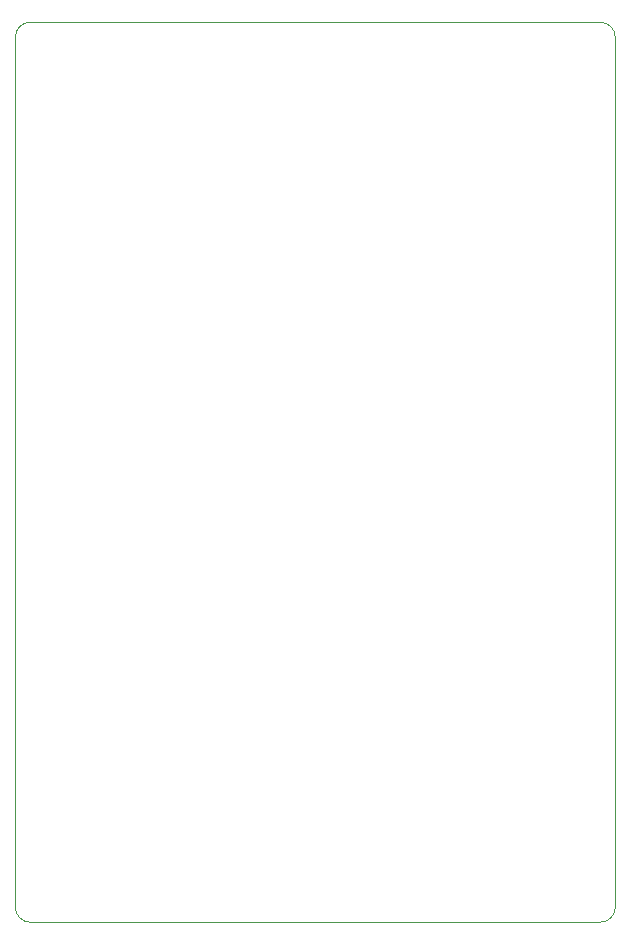
<source format=gbr>
%TF.GenerationSoftware,KiCad,Pcbnew,(5.1.7)-1*%
%TF.CreationDate,2021-11-02T09:12:16-05:00*%
%TF.ProjectId,Wisconsin Oscillator,57697363-6f6e-4736-996e-204f7363696c,rev?*%
%TF.SameCoordinates,Original*%
%TF.FileFunction,Profile,NP*%
%FSLAX46Y46*%
G04 Gerber Fmt 4.6, Leading zero omitted, Abs format (unit mm)*
G04 Created by KiCad (PCBNEW (5.1.7)-1) date 2021-11-02 09:12:16*
%MOMM*%
%LPD*%
G01*
G04 APERTURE LIST*
%TA.AperFunction,Profile*%
%ADD10C,0.050000*%
%TD*%
G04 APERTURE END LIST*
D10*
X196850000Y-50800000D02*
X148590000Y-50800000D01*
X198120000Y-125730000D02*
X198120000Y-52070000D01*
X148590000Y-127000000D02*
X196850000Y-127000000D01*
X147320000Y-52070000D02*
X147320000Y-125730000D01*
X148590000Y-127000000D02*
G75*
G02*
X147320000Y-125730000I0J1270000D01*
G01*
X198120000Y-125730000D02*
G75*
G02*
X196850000Y-127000000I-1270000J0D01*
G01*
X196850000Y-50800000D02*
G75*
G02*
X198120000Y-52070000I0J-1270000D01*
G01*
X147320000Y-52070000D02*
G75*
G02*
X148590000Y-50800000I1270000J0D01*
G01*
M02*

</source>
